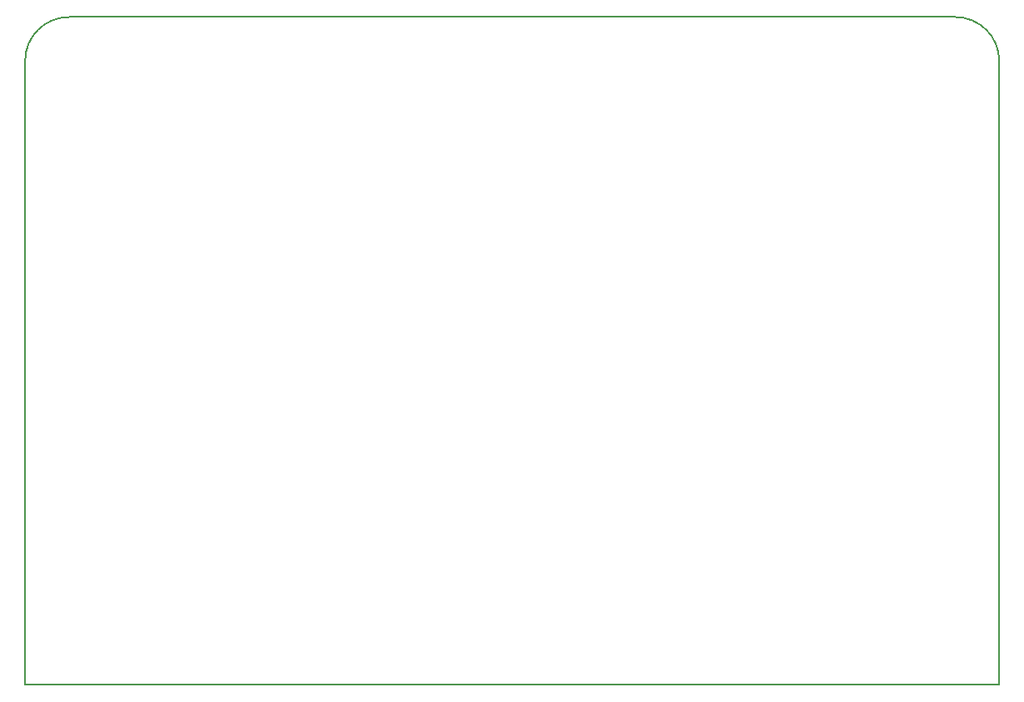
<source format=gm1>
G04 #@! TF.FileFunction,Profile,NP*
%FSLAX46Y46*%
G04 Gerber Fmt 4.6, Leading zero omitted, Abs format (unit mm)*
G04 Created by KiCad (PCBNEW 4.0.7) date 01/23/20 16:05:59*
%MOMM*%
%LPD*%
G01*
G04 APERTURE LIST*
%ADD10C,0.100000*%
%ADD11C,0.150000*%
G04 APERTURE END LIST*
D10*
D11*
X194310000Y-148590000D02*
X194310000Y-85090000D01*
X95250000Y-85090000D02*
X95250000Y-148590000D01*
X194310000Y-85090000D02*
G75*
G03X189865000Y-80645000I-4445000J0D01*
G01*
X189865000Y-80645000D02*
X99695000Y-80645000D01*
X194310000Y-148590000D02*
X95250000Y-148590000D01*
X99695000Y-80645000D02*
G75*
G03X95250000Y-85090000I0J-4445000D01*
G01*
M02*

</source>
